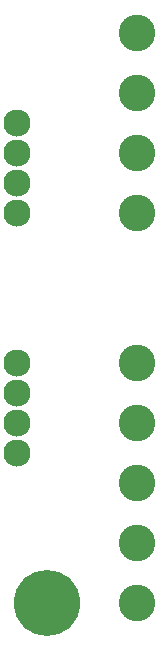
<source format=gbr>
%TF.GenerationSoftware,KiCad,Pcbnew,(5.1.6)-1*%
%TF.CreationDate,2022-03-29T12:26:59-05:00*%
%TF.ProjectId,edge_connector_small,65646765-5f63-46f6-9e6e-6563746f725f,rev?*%
%TF.SameCoordinates,Original*%
%TF.FileFunction,Soldermask,Bot*%
%TF.FilePolarity,Negative*%
%FSLAX46Y46*%
G04 Gerber Fmt 4.6, Leading zero omitted, Abs format (unit mm)*
G04 Created by KiCad (PCBNEW (5.1.6)-1) date 2022-03-29 12:26:59*
%MOMM*%
%LPD*%
G01*
G04 APERTURE LIST*
%ADD10C,3.100000*%
%ADD11C,2.300000*%
%ADD12C,5.600000*%
G04 APERTURE END LIST*
D10*
%TO.C,J5*%
X15240000Y53340000D03*
X15240000Y48260000D03*
X15240000Y43180000D03*
X15240000Y38100000D03*
%TD*%
%TO.C,J6*%
X15240000Y25400000D03*
X15240000Y20320000D03*
X15240000Y15240000D03*
X15240000Y10160000D03*
X15240000Y5080000D03*
%TD*%
D11*
%TO.C,J11*%
X5080000Y38100000D03*
X5080000Y40640000D03*
X5080000Y43180000D03*
X5080000Y45720000D03*
%TD*%
%TO.C,J12*%
X5080000Y25400000D03*
X5080000Y22860000D03*
X5080000Y20320000D03*
X5080000Y17780000D03*
%TD*%
D12*
%TO.C,J13*%
X7620000Y5080000D03*
%TD*%
M02*

</source>
